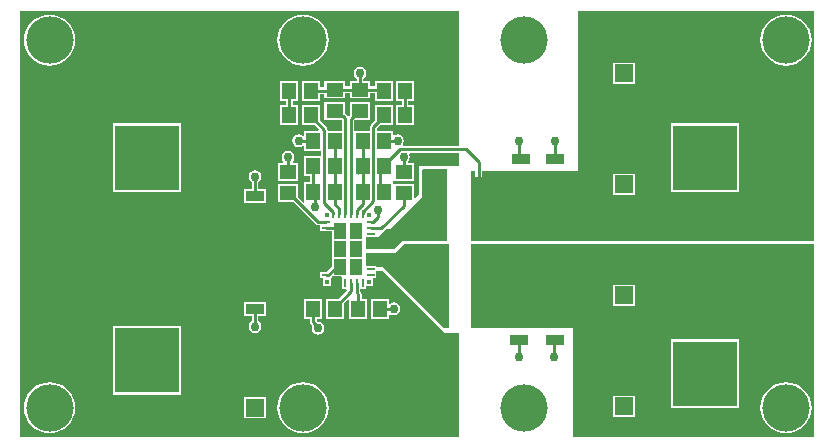
<source format=gtl>
G04*
G04 #@! TF.GenerationSoftware,Altium Limited,Altium Designer,20.0.8 (157)*
G04*
G04 Layer_Physical_Order=1*
G04 Layer_Color=255*
%FSLAX24Y24*%
%MOIN*%
G70*
G01*
G75*
%ADD14C,0.0100*%
%ADD15R,0.0148X0.0148*%
%ADD16R,0.0433X0.0524*%
%ADD17R,0.0098X0.0276*%
%ADD18R,0.0276X0.0098*%
%ADD19R,0.0630X0.0350*%
%ADD20R,0.0472X0.0551*%
%ADD21R,0.0551X0.0472*%
%ADD22R,0.0460X0.1850*%
%ADD36R,0.0591X0.0591*%
%ADD37C,0.0591*%
%ADD38C,0.2172*%
%ADD39R,0.2172X0.2172*%
%ADD40C,0.1575*%
%ADD41C,0.0300*%
%ADD42C,0.0150*%
G36*
X40150Y30222D02*
X38294D01*
X38267Y30272D01*
X38298Y30318D01*
X38314Y30400D01*
X38298Y30482D01*
X38251Y30551D01*
X38182Y30598D01*
X38100Y30614D01*
X38018Y30598D01*
X37995Y30582D01*
X37951Y30606D01*
Y30736D01*
X37404D01*
Y30810D01*
X37508Y30914D01*
X37942D01*
Y31586D01*
X37349D01*
Y31073D01*
X37213Y30936D01*
X37188Y30900D01*
X37180Y30857D01*
X37180Y30857D01*
Y30736D01*
X36663D01*
Y31089D01*
X36673Y31099D01*
X37186D01*
Y31692D01*
X36514D01*
Y31258D01*
X36489Y31232D01*
X36456Y31228D01*
X36434Y31230D01*
X36424Y31234D01*
X36370Y31289D01*
X36336Y31312D01*
Y31692D01*
X35664D01*
Y31099D01*
X36175D01*
X36186Y31097D01*
X36241D01*
Y30736D01*
X35812D01*
X35770Y30757D01*
X35762Y30800D01*
X35737Y30836D01*
X35737Y30836D01*
X35501Y31073D01*
Y31586D01*
X34908D01*
Y30914D01*
X35342D01*
X35475Y30782D01*
X35455Y30736D01*
X34999D01*
Y30569D01*
X34961Y30555D01*
X34949Y30553D01*
X34882Y30598D01*
X34800Y30614D01*
X34718Y30598D01*
X34649Y30551D01*
X34602Y30482D01*
X34586Y30400D01*
X34602Y30318D01*
X34649Y30249D01*
X34718Y30202D01*
X34800Y30186D01*
X34882Y30202D01*
X34949Y30247D01*
X34961Y30245D01*
X34999Y30231D01*
Y30064D01*
X35546D01*
Y29886D01*
X34999D01*
Y29214D01*
X35184D01*
Y29036D01*
X34999D01*
Y28365D01*
X34964Y28330D01*
X34786Y28508D01*
Y28942D01*
X34114D01*
Y28349D01*
X34627D01*
X35368Y27609D01*
X35368Y27609D01*
X35404Y27585D01*
X35447Y27576D01*
X35447Y27576D01*
X35506D01*
Y27381D01*
X35689D01*
X35704Y27378D01*
X35920D01*
Y27082D01*
Y26480D01*
Y26195D01*
X35896Y26179D01*
X35896Y26179D01*
X35744Y26028D01*
X35704D01*
X35689Y26025D01*
X35506D01*
Y25807D01*
X35605D01*
Y25560D01*
X35872D01*
Y25807D01*
X35902D01*
Y25835D01*
X35920Y25877D01*
X36203D01*
X36244Y25858D01*
Y25462D01*
X36398D01*
X36418Y25412D01*
X36142Y25136D01*
X35708D01*
Y24464D01*
X36301D01*
Y24977D01*
X36449Y25126D01*
X36499Y25105D01*
Y24464D01*
X37092D01*
Y25136D01*
X36908D01*
Y25275D01*
X36908Y25275D01*
X36899Y25318D01*
X36875Y25354D01*
X36875Y25354D01*
X36859Y25370D01*
Y25462D01*
X37053D01*
Y25560D01*
X37299D01*
Y25807D01*
X37398D01*
Y26050D01*
X37600D01*
X39650Y24000D01*
X40150D01*
Y20512D01*
X25512D01*
X25512Y34738D01*
X40150D01*
Y30222D01*
D02*
G37*
G36*
Y29550D02*
X38800D01*
Y28600D01*
X38682Y28482D01*
X38636Y28501D01*
Y28942D01*
X37964D01*
X37951Y28986D01*
Y29014D01*
X37959Y29040D01*
X37991Y29058D01*
X38636D01*
Y29651D01*
X38469D01*
X38455Y29689D01*
X38453Y29701D01*
X38498Y29768D01*
X38514Y29850D01*
X38498Y29932D01*
X38483Y29954D01*
X38507Y29998D01*
X40150D01*
Y29550D01*
D02*
G37*
G36*
X51988Y27050D02*
X40550D01*
Y29400D01*
X40688D01*
Y28250D01*
X40696Y28207D01*
X40721Y28171D01*
X40757Y28146D01*
X40800Y28138D01*
X40843Y28146D01*
X40879Y28171D01*
X40904Y28207D01*
X40912Y28250D01*
Y29400D01*
X44100D01*
Y34738D01*
X51988D01*
X51988Y27050D01*
D02*
G37*
G36*
X39750D02*
X38250D01*
X38000Y26800D01*
X37050D01*
Y27184D01*
X37398D01*
Y27200D01*
X37450D01*
X37700Y27450D01*
X37850D01*
X38900Y28500D01*
Y29400D01*
X38950Y29450D01*
X39750D01*
Y27050D01*
D02*
G37*
G36*
X39800Y24150D02*
X39650D01*
X37600Y26200D01*
X37398D01*
Y26222D01*
X37050D01*
Y26650D01*
X38000D01*
X38300Y26950D01*
X39800D01*
Y24150D01*
D02*
G37*
G36*
X51988Y20512D02*
X43950D01*
Y24150D01*
X40550D01*
Y26950D01*
X51988D01*
X51988Y20512D01*
D02*
G37*
%LPC*%
G36*
X34950Y34602D02*
X34784Y34585D01*
X34624Y34537D01*
X34477Y34458D01*
X34348Y34352D01*
X34242Y34223D01*
X34163Y34076D01*
X34115Y33916D01*
X34098Y33750D01*
X34115Y33584D01*
X34163Y33424D01*
X34242Y33277D01*
X34348Y33148D01*
X34477Y33042D01*
X34624Y32963D01*
X34784Y32915D01*
X34950Y32898D01*
X35116Y32915D01*
X35276Y32963D01*
X35423Y33042D01*
X35552Y33148D01*
X35658Y33277D01*
X35737Y33424D01*
X35785Y33584D01*
X35801Y33750D01*
X35785Y33916D01*
X35737Y34076D01*
X35658Y34223D01*
X35552Y34352D01*
X35423Y34458D01*
X35276Y34537D01*
X35116Y34585D01*
X34950Y34602D01*
D02*
G37*
G36*
X26500D02*
X26334Y34585D01*
X26174Y34537D01*
X26027Y34458D01*
X25898Y34352D01*
X25792Y34223D01*
X25713Y34076D01*
X25665Y33916D01*
X25649Y33750D01*
X25665Y33584D01*
X25713Y33424D01*
X25792Y33277D01*
X25898Y33148D01*
X26027Y33042D01*
X26174Y32963D01*
X26334Y32915D01*
X26500Y32898D01*
X26666Y32915D01*
X26826Y32963D01*
X26973Y33042D01*
X27102Y33148D01*
X27208Y33277D01*
X27287Y33424D01*
X27335Y33584D01*
X27352Y33750D01*
X27335Y33916D01*
X27287Y34076D01*
X27208Y34223D01*
X27102Y34352D01*
X26973Y34458D01*
X26826Y34537D01*
X26666Y34585D01*
X26500Y34602D01*
D02*
G37*
G36*
X36850Y32864D02*
X36768Y32848D01*
X36699Y32801D01*
X36652Y32732D01*
X36636Y32650D01*
X36652Y32568D01*
X36699Y32499D01*
X36738Y32472D01*
Y32401D01*
X36514D01*
Y32216D01*
X36336D01*
Y32401D01*
X35664D01*
Y32177D01*
X35501D01*
Y32401D01*
X34908D01*
Y31729D01*
X35501D01*
Y31953D01*
X35664D01*
Y31808D01*
X36336D01*
Y31992D01*
X36514D01*
Y31808D01*
X37186D01*
Y31992D01*
X37349D01*
Y31729D01*
X37942D01*
Y32401D01*
X37349D01*
Y32216D01*
X37186D01*
Y32401D01*
X36962D01*
Y32472D01*
X37001Y32499D01*
X37048Y32568D01*
X37064Y32650D01*
X37048Y32732D01*
X37001Y32801D01*
X36932Y32848D01*
X36850Y32864D01*
D02*
G37*
G36*
X38651Y32401D02*
X38058D01*
Y31729D01*
X38242D01*
Y31586D01*
X38058D01*
Y30914D01*
X38651D01*
Y31586D01*
X38466D01*
Y31729D01*
X38651D01*
Y32401D01*
D02*
G37*
G36*
X34792D02*
X34199D01*
Y31729D01*
X34384D01*
Y31586D01*
X34199D01*
Y30914D01*
X34792D01*
Y31586D01*
X34608D01*
Y31729D01*
X34792D01*
Y32401D01*
D02*
G37*
G36*
X34450Y30064D02*
X34368Y30048D01*
X34299Y30001D01*
X34252Y29932D01*
X34236Y29850D01*
X34252Y29768D01*
X34297Y29701D01*
X34295Y29689D01*
X34281Y29651D01*
X34114D01*
Y29058D01*
X34786D01*
Y29651D01*
X34619D01*
X34605Y29689D01*
X34603Y29701D01*
X34648Y29768D01*
X34664Y29850D01*
X34648Y29932D01*
X34601Y30001D01*
X34532Y30048D01*
X34450Y30064D01*
D02*
G37*
G36*
X30896Y30979D02*
X28604D01*
Y28687D01*
X30896D01*
Y30979D01*
D02*
G37*
G36*
X33350Y29414D02*
X33268Y29398D01*
X33199Y29351D01*
X33152Y29282D01*
X33136Y29200D01*
X33152Y29118D01*
X33199Y29049D01*
X33238Y29022D01*
Y28785D01*
X32975D01*
Y28315D01*
X33725D01*
Y28785D01*
X33462D01*
Y29022D01*
X33501Y29049D01*
X33548Y29118D01*
X33564Y29200D01*
X33548Y29282D01*
X33501Y29351D01*
X33432Y29398D01*
X33350Y29414D01*
D02*
G37*
G36*
X37801Y25136D02*
X37208D01*
Y24464D01*
X37801D01*
Y24600D01*
X37851Y24627D01*
X37890Y24600D01*
X37972Y24584D01*
X38054Y24600D01*
X38124Y24647D01*
X38170Y24716D01*
X38186Y24798D01*
X38170Y24880D01*
X38124Y24950D01*
X38054Y24996D01*
X37972Y25012D01*
X37890Y24996D01*
X37851Y24970D01*
X37801Y24996D01*
Y25136D01*
D02*
G37*
G36*
X33725Y25035D02*
X32975D01*
Y24565D01*
X33238D01*
Y24378D01*
X33199Y24351D01*
X33152Y24282D01*
X33136Y24200D01*
X33152Y24118D01*
X33199Y24049D01*
X33268Y24002D01*
X33350Y23986D01*
X33432Y24002D01*
X33501Y24049D01*
X33548Y24118D01*
X33564Y24200D01*
X33548Y24282D01*
X33501Y24351D01*
X33462Y24378D01*
Y24565D01*
X33725D01*
Y25035D01*
D02*
G37*
G36*
X35592Y25136D02*
X34999D01*
Y24464D01*
X35184D01*
Y24358D01*
X35184Y24358D01*
X35192Y24316D01*
X35216Y24279D01*
X35257Y24239D01*
X35252Y24232D01*
X35236Y24150D01*
X35252Y24068D01*
X35299Y23999D01*
X35368Y23952D01*
X35450Y23936D01*
X35532Y23952D01*
X35601Y23999D01*
X35648Y24068D01*
X35664Y24150D01*
X35648Y24232D01*
X35601Y24301D01*
X35532Y24348D01*
X35450Y24364D01*
X35449Y24364D01*
X35408Y24405D01*
Y24464D01*
X35592D01*
Y25136D01*
D02*
G37*
G36*
X30896Y24228D02*
X28604D01*
Y21937D01*
X30896D01*
Y24228D01*
D02*
G37*
G36*
X33705Y21855D02*
X32995D01*
Y21145D01*
X33705D01*
Y21855D01*
D02*
G37*
G36*
X34950Y22352D02*
X34784Y22335D01*
X34624Y22287D01*
X34477Y22208D01*
X34348Y22102D01*
X34242Y21973D01*
X34163Y21826D01*
X34115Y21666D01*
X34098Y21500D01*
X34115Y21334D01*
X34163Y21174D01*
X34242Y21027D01*
X34348Y20898D01*
X34477Y20792D01*
X34624Y20713D01*
X34784Y20665D01*
X34950Y20649D01*
X35116Y20665D01*
X35276Y20713D01*
X35423Y20792D01*
X35552Y20898D01*
X35658Y21027D01*
X35737Y21174D01*
X35785Y21334D01*
X35801Y21500D01*
X35785Y21666D01*
X35737Y21826D01*
X35658Y21973D01*
X35552Y22102D01*
X35423Y22208D01*
X35276Y22287D01*
X35116Y22335D01*
X34950Y22352D01*
D02*
G37*
G36*
X26500D02*
X26334Y22335D01*
X26174Y22287D01*
X26027Y22208D01*
X25898Y22102D01*
X25792Y21973D01*
X25713Y21826D01*
X25665Y21666D01*
X25649Y21500D01*
X25665Y21334D01*
X25713Y21174D01*
X25792Y21027D01*
X25898Y20898D01*
X26027Y20792D01*
X26174Y20713D01*
X26334Y20665D01*
X26500Y20649D01*
X26666Y20665D01*
X26826Y20713D01*
X26973Y20792D01*
X27102Y20898D01*
X27208Y21027D01*
X27287Y21174D01*
X27335Y21334D01*
X27352Y21500D01*
X27335Y21666D01*
X27287Y21826D01*
X27208Y21973D01*
X27102Y22102D01*
X26973Y22208D01*
X26826Y22287D01*
X26666Y22335D01*
X26500Y22352D01*
D02*
G37*
G36*
X51050Y34602D02*
X50884Y34585D01*
X50724Y34537D01*
X50577Y34458D01*
X50448Y34352D01*
X50342Y34223D01*
X50263Y34076D01*
X50215Y33916D01*
X50198Y33750D01*
X50215Y33584D01*
X50263Y33424D01*
X50342Y33277D01*
X50448Y33148D01*
X50577Y33042D01*
X50724Y32963D01*
X50884Y32915D01*
X51050Y32898D01*
X51216Y32915D01*
X51376Y32963D01*
X51523Y33042D01*
X51652Y33148D01*
X51758Y33277D01*
X51837Y33424D01*
X51885Y33584D01*
X51901Y33750D01*
X51885Y33916D01*
X51837Y34076D01*
X51758Y34223D01*
X51652Y34352D01*
X51523Y34458D01*
X51376Y34537D01*
X51216Y34585D01*
X51050Y34602D01*
D02*
G37*
G36*
X46005Y33005D02*
X45295D01*
Y32295D01*
X46005D01*
Y33005D01*
D02*
G37*
G36*
X49496Y30979D02*
X47204D01*
Y28687D01*
X49496D01*
Y30979D01*
D02*
G37*
G36*
X46005Y29305D02*
X45295D01*
Y28595D01*
X46005D01*
Y29305D01*
D02*
G37*
G36*
Y25605D02*
X45295D01*
Y24895D01*
X46005D01*
Y25605D01*
D02*
G37*
G36*
X49496Y23779D02*
X47204D01*
Y21487D01*
X49496D01*
Y23779D01*
D02*
G37*
G36*
X46005Y21905D02*
X45295D01*
Y21195D01*
X46005D01*
Y21905D01*
D02*
G37*
G36*
X51050Y22352D02*
X50884Y22335D01*
X50724Y22287D01*
X50577Y22208D01*
X50448Y22102D01*
X50342Y21973D01*
X50263Y21826D01*
X50215Y21666D01*
X50198Y21500D01*
X50215Y21334D01*
X50263Y21174D01*
X50342Y21027D01*
X50448Y20898D01*
X50577Y20792D01*
X50724Y20713D01*
X50884Y20665D01*
X51050Y20649D01*
X51216Y20665D01*
X51376Y20713D01*
X51523Y20792D01*
X51652Y20898D01*
X51758Y21027D01*
X51837Y21174D01*
X51885Y21334D01*
X51901Y21500D01*
X51885Y21666D01*
X51837Y21826D01*
X51758Y21973D01*
X51652Y22102D01*
X51523Y22208D01*
X51376Y22287D01*
X51216Y22335D01*
X51050Y22352D01*
D02*
G37*
%LPD*%
D14*
X35296Y24358D02*
Y24800D01*
X43300Y23200D02*
Y23750D01*
X42150Y23200D02*
Y23750D01*
X35296Y24358D02*
X35450Y24204D01*
Y24150D02*
Y24204D01*
X37654Y29550D02*
Y29589D01*
X38175Y30110D02*
X40381D01*
X40800Y29691D01*
Y28250D02*
Y29691D01*
X37654Y29589D02*
X38175Y30110D01*
X38300Y29354D02*
Y29850D01*
X37439Y28100D02*
X37450Y28089D01*
Y27850D02*
Y28089D01*
X37200Y27491D02*
X37558D01*
X38300Y28232D02*
Y28646D01*
X37287Y27687D02*
X37450Y27850D01*
X37506Y24798D02*
X37972D01*
X37504Y24800D02*
X37506Y24798D01*
X35296Y28700D02*
X35350Y28646D01*
Y28200D02*
Y28646D01*
X37200Y27687D02*
X37287D01*
X35704Y25916D02*
X35791D01*
X35975Y26100D01*
X36100D01*
X43350Y29800D02*
Y30400D01*
X42150Y29800D02*
Y30400D01*
X38300Y29354D02*
X38300Y29354D01*
X37654Y30400D02*
X37654Y30400D01*
X38100D01*
X36850Y32104D02*
X36850Y32104D01*
X36850Y32104D02*
Y32650D01*
X36850Y32104D02*
X37606D01*
X37646Y32065D01*
X36000Y32104D02*
X36850D01*
X35204Y32065D02*
X35961D01*
X36000Y32104D01*
X35296Y30400D02*
X35296Y30400D01*
X34800Y30400D02*
X35296D01*
X34450Y29850D02*
X34450Y29850D01*
X34450Y29354D02*
Y29850D01*
X33350Y28550D02*
Y29200D01*
Y24200D02*
Y24800D01*
X36004Y24800D02*
Y24839D01*
X36550Y25385D01*
Y25659D01*
X36550Y25660D01*
X36796Y24800D02*
Y25275D01*
X36747Y25323D02*
X36796Y25275D01*
X36747Y25323D02*
Y25660D01*
X38300Y28646D02*
X38300Y28646D01*
X37558Y27491D02*
X38300Y28232D01*
X36041Y27491D02*
X36100Y27550D01*
X35704Y27491D02*
X36041D01*
X35703Y27688D02*
X35704Y27687D01*
X35447Y27688D02*
X35703D01*
X34489Y28646D02*
X35447Y27688D01*
X34450Y28646D02*
X34489D01*
X34496Y31250D02*
Y32065D01*
X38354Y31250D02*
Y32065D01*
X38354Y32065D01*
X37646Y31211D02*
Y31250D01*
X37292Y28378D02*
Y30857D01*
X36944Y28030D02*
X37292Y28378D01*
X36944Y27943D02*
Y28030D01*
X37292Y30857D02*
X37646Y31211D01*
X36748Y27944D02*
Y28098D01*
X36950Y28300D02*
Y28696D01*
X36747Y27943D02*
X36748Y27944D01*
Y28098D02*
X36950Y28300D01*
X36946Y28700D02*
X36950Y28696D01*
X35658Y28332D02*
Y30757D01*
Y28332D02*
X35960Y28030D01*
X35204Y31211D02*
X35658Y30757D01*
X35204Y31211D02*
Y31250D01*
X35960Y27943D02*
Y28030D01*
X36946Y29550D02*
X36950Y29554D01*
X36946Y30400D02*
X36950Y30396D01*
X36946Y28700D02*
X36950Y28704D01*
X36946Y29550D02*
X36950Y29546D01*
X36796Y29337D02*
Y29550D01*
X36950Y28704D02*
Y29546D01*
X36354Y27943D02*
Y31146D01*
X36550Y27943D02*
Y31135D01*
X36811Y31396D01*
X36850D01*
X36846Y29550D02*
X36850Y29554D01*
X36846Y30400D02*
X36850Y30396D01*
X36846Y29550D02*
X36850Y29546D01*
X36186Y31209D02*
X36291D01*
X36000Y31396D02*
X36186Y31209D01*
X36291D02*
X36354Y31146D01*
X36004Y28274D02*
Y28700D01*
Y28274D02*
X36156Y28123D01*
Y27944D02*
Y28123D01*
Y27944D02*
X36157Y27943D01*
X36950Y29554D02*
Y30396D01*
X36004Y28700D02*
Y29550D01*
Y28700D02*
X36004Y28700D01*
X36004Y29550D02*
Y30400D01*
X37504Y28700D02*
Y29550D01*
X37504Y29550D01*
X35296Y28700D02*
Y29550D01*
X35296Y29550D02*
X35296Y29550D01*
D15*
X35738Y25694D02*
D03*
X37166D02*
D03*
Y27909D02*
D03*
X35738D02*
D03*
D16*
X36708Y26199D02*
D03*
X36196D02*
D03*
X36708Y27404D02*
D03*
X36196D02*
D03*
X36708Y26802D02*
D03*
X36196D02*
D03*
D17*
X35960Y27943D02*
D03*
X36157D02*
D03*
X36354D02*
D03*
X36550D02*
D03*
X36747D02*
D03*
X36944D02*
D03*
Y25660D02*
D03*
X36747D02*
D03*
X36550D02*
D03*
X36354D02*
D03*
X36157D02*
D03*
X35960D02*
D03*
D18*
X37200Y27687D02*
D03*
Y27491D02*
D03*
Y27294D02*
D03*
Y27097D02*
D03*
Y26900D02*
D03*
Y26506D02*
D03*
Y26309D02*
D03*
Y26113D02*
D03*
Y25916D02*
D03*
X35704D02*
D03*
Y26309D02*
D03*
Y26506D02*
D03*
Y26900D02*
D03*
Y27097D02*
D03*
Y27491D02*
D03*
Y27687D02*
D03*
D19*
X42200Y29800D02*
D03*
Y28600D02*
D03*
X43350Y29800D02*
D03*
Y28600D02*
D03*
X33350Y24800D02*
D03*
Y26000D02*
D03*
Y28550D02*
D03*
Y27350D02*
D03*
X43350Y23750D02*
D03*
Y24950D02*
D03*
X42150Y23750D02*
D03*
Y24950D02*
D03*
D20*
X37504Y24800D02*
D03*
X36796D02*
D03*
X36004D02*
D03*
X35296D02*
D03*
X36946Y28700D02*
D03*
X37654D02*
D03*
X36004D02*
D03*
X35296D02*
D03*
X37654Y29550D02*
D03*
X36946D02*
D03*
X35296D02*
D03*
X36004D02*
D03*
X37654Y30400D02*
D03*
X36946D02*
D03*
X35296D02*
D03*
X36004D02*
D03*
X38354Y32065D02*
D03*
X37646D02*
D03*
X34496D02*
D03*
X35204D02*
D03*
Y31250D02*
D03*
X34496D02*
D03*
X38354D02*
D03*
X37646D02*
D03*
D21*
X38300Y28646D02*
D03*
Y29354D02*
D03*
X34450D02*
D03*
Y28646D02*
D03*
X36000Y31396D02*
D03*
Y32104D02*
D03*
X36850Y31396D02*
D03*
Y32104D02*
D03*
D22*
X39500Y28250D02*
D03*
X40800D02*
D03*
Y25700D02*
D03*
X39500D02*
D03*
D36*
X45650Y25250D02*
D03*
Y28950D02*
D03*
Y21550D02*
D03*
Y32650D02*
D03*
X33350Y21500D02*
D03*
D37*
X45650Y26250D02*
D03*
Y29950D02*
D03*
Y22550D02*
D03*
Y33650D02*
D03*
X33350Y22500D02*
D03*
D38*
X29750Y32667D02*
D03*
Y25917D02*
D03*
X48350Y32667D02*
D03*
Y25467D02*
D03*
D39*
X29750Y29833D02*
D03*
Y23083D02*
D03*
X48350Y29833D02*
D03*
Y22633D02*
D03*
D40*
X34950Y33750D02*
D03*
Y21500D02*
D03*
X51050D02*
D03*
Y33750D02*
D03*
X42300Y21500D02*
D03*
Y33750D02*
D03*
X26500D02*
D03*
Y21500D02*
D03*
D41*
X44650Y27950D02*
D03*
X44250Y22600D02*
D03*
X42150Y23200D02*
D03*
X43300D02*
D03*
X35450Y24150D02*
D03*
X38300Y29850D02*
D03*
X37439Y28100D02*
D03*
X37972Y24798D02*
D03*
X35350Y28200D02*
D03*
X43350Y30400D02*
D03*
X42150D02*
D03*
X38100D02*
D03*
X36850Y32650D02*
D03*
X34800Y30400D02*
D03*
X34450Y29850D02*
D03*
X33350Y29200D02*
D03*
Y24200D02*
D03*
D42*
X36600Y27550D02*
D03*
X36800Y27300D02*
D03*
X36100D02*
D03*
X36300Y27550D02*
D03*
X36100Y26700D02*
D03*
X36300Y26950D02*
D03*
X36600D02*
D03*
X36800Y26700D02*
D03*
X36600Y26100D02*
D03*
X36800Y26350D02*
D03*
X36300Y26100D02*
D03*
X36100Y26350D02*
D03*
M02*

</source>
